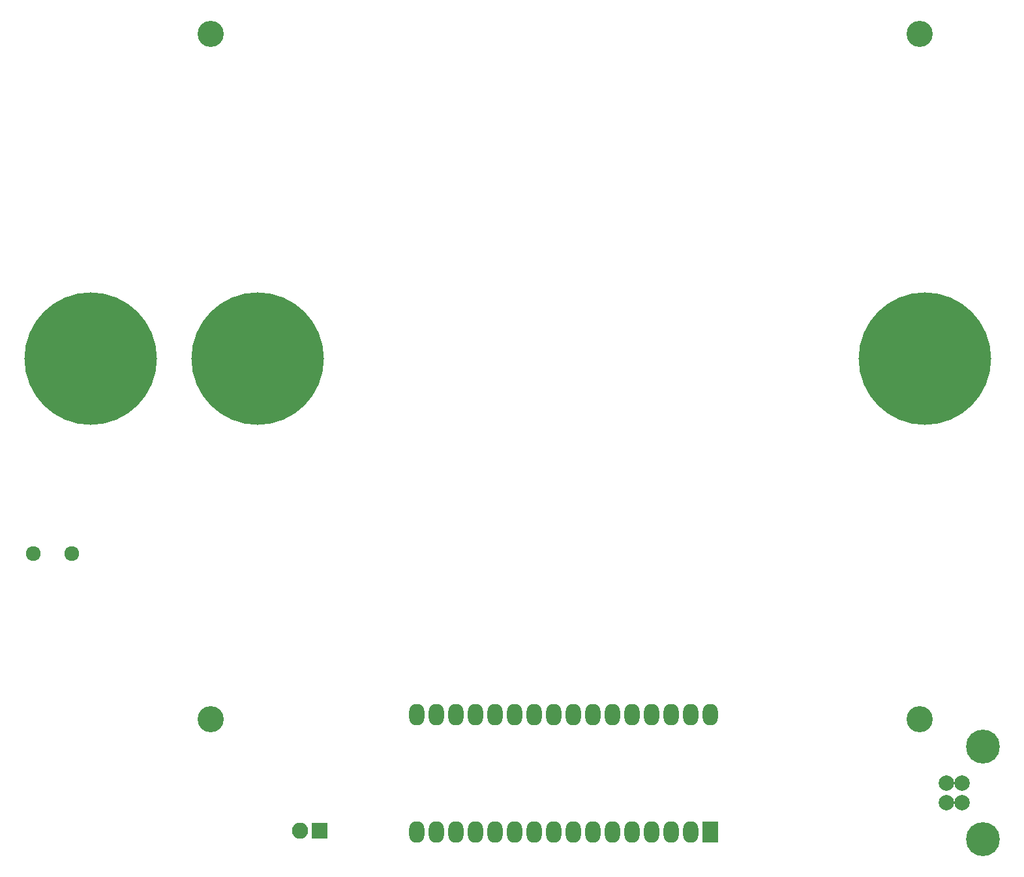
<source format=gbs>
G04 #@! TF.FileFunction,Soldermask,Bot*
%FSLAX46Y46*%
G04 Gerber Fmt 4.6, Leading zero omitted, Abs format (unit mm)*
G04 Created by KiCad (PCBNEW 4.0.4-stable) date 05/13/17 14:37:42*
%MOMM*%
%LPD*%
G01*
G04 APERTURE LIST*
%ADD10C,0.100000*%
%ADD11C,3.400000*%
%ADD12R,2.000000X2.800000*%
%ADD13O,2.000000X2.800000*%
%ADD14C,2.000000*%
%ADD15C,4.400000*%
%ADD16C,1.924000*%
%ADD17C,17.200000*%
%ADD18R,2.100000X2.100000*%
%ADD19O,2.100000X2.100000*%
G04 APERTURE END LIST*
D10*
D11*
X104241000Y-25159000D03*
X196241000Y-25159000D03*
X196241000Y-114159000D03*
X104241000Y-114159000D03*
D12*
X169059000Y-128772000D03*
D13*
X130959000Y-113532000D03*
X166519000Y-128772000D03*
X133499000Y-113532000D03*
X163979000Y-128772000D03*
X136039000Y-113532000D03*
X161439000Y-128772000D03*
X138579000Y-113532000D03*
X158899000Y-128772000D03*
X141119000Y-113532000D03*
X156359000Y-128772000D03*
X143659000Y-113532000D03*
X153819000Y-128772000D03*
X146199000Y-113532000D03*
X151279000Y-128772000D03*
X148739000Y-113532000D03*
X148739000Y-128772000D03*
X151279000Y-113532000D03*
X146199000Y-128772000D03*
X153819000Y-113532000D03*
X143659000Y-128772000D03*
X156359000Y-113532000D03*
X141119000Y-128772000D03*
X158899000Y-113532000D03*
X138579000Y-128772000D03*
X161439000Y-113532000D03*
X136039000Y-128772000D03*
X163979000Y-113532000D03*
X133499000Y-128772000D03*
X166519000Y-113532000D03*
X130959000Y-128772000D03*
X169059000Y-113532000D03*
D14*
X199771000Y-122448000D03*
X199771000Y-124948000D03*
X201771000Y-124948000D03*
X201771000Y-122448000D03*
D15*
X204471000Y-117698000D03*
X204471000Y-129698000D03*
D16*
X81193000Y-92583000D03*
X86193000Y-92583000D03*
D17*
X88646000Y-67310000D03*
X110363000Y-67310000D03*
X196977000Y-67310000D03*
D18*
X118386000Y-128585000D03*
D19*
X115846000Y-128585000D03*
M02*

</source>
